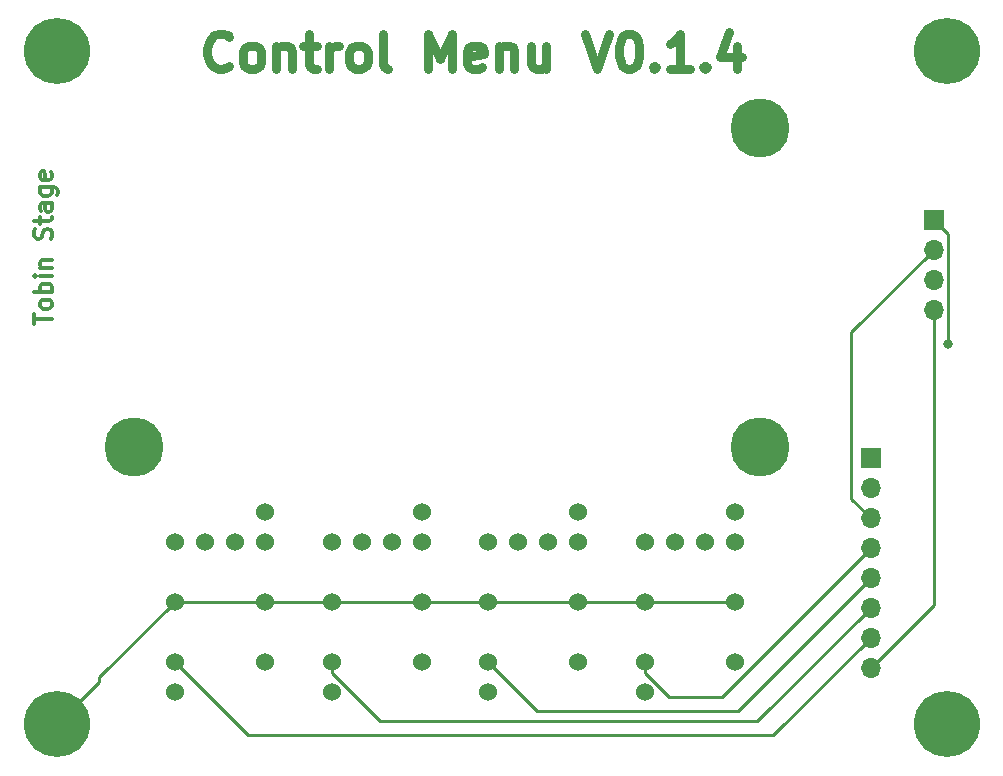
<source format=gbr>
%TF.GenerationSoftware,KiCad,Pcbnew,(5.1.7)-1*%
%TF.CreationDate,2022-02-19T15:23:42+00:00*%
%TF.ProjectId,ControlMenu-PCB,436f6e74-726f-46c4-9d65-6e752d504342,rev?*%
%TF.SameCoordinates,Original*%
%TF.FileFunction,Copper,L1,Top*%
%TF.FilePolarity,Positive*%
%FSLAX46Y46*%
G04 Gerber Fmt 4.6, Leading zero omitted, Abs format (unit mm)*
G04 Created by KiCad (PCBNEW (5.1.7)-1) date 2022-02-19 15:23:42*
%MOMM*%
%LPD*%
G01*
G04 APERTURE LIST*
%TA.AperFunction,NonConductor*%
%ADD10C,0.300000*%
%TD*%
%TA.AperFunction,NonConductor*%
%ADD11C,0.750000*%
%TD*%
%TA.AperFunction,ComponentPad*%
%ADD12C,5.600000*%
%TD*%
%TA.AperFunction,ComponentPad*%
%ADD13O,1.700000X1.700000*%
%TD*%
%TA.AperFunction,ComponentPad*%
%ADD14R,1.700000X1.700000*%
%TD*%
%TA.AperFunction,ComponentPad*%
%ADD15C,5.000000*%
%TD*%
%TA.AperFunction,ComponentPad*%
%ADD16C,1.524000*%
%TD*%
%TA.AperFunction,ViaPad*%
%ADD17C,0.800000*%
%TD*%
%TA.AperFunction,Conductor*%
%ADD18C,0.250000*%
%TD*%
G04 APERTURE END LIST*
D10*
X190138571Y-119985714D02*
X190138571Y-119128571D01*
X191638571Y-119557142D02*
X190138571Y-119557142D01*
X191638571Y-118414285D02*
X191567142Y-118557142D01*
X191495714Y-118628571D01*
X191352857Y-118700000D01*
X190924285Y-118700000D01*
X190781428Y-118628571D01*
X190710000Y-118557142D01*
X190638571Y-118414285D01*
X190638571Y-118200000D01*
X190710000Y-118057142D01*
X190781428Y-117985714D01*
X190924285Y-117914285D01*
X191352857Y-117914285D01*
X191495714Y-117985714D01*
X191567142Y-118057142D01*
X191638571Y-118200000D01*
X191638571Y-118414285D01*
X191638571Y-117271428D02*
X190138571Y-117271428D01*
X190710000Y-117271428D02*
X190638571Y-117128571D01*
X190638571Y-116842857D01*
X190710000Y-116700000D01*
X190781428Y-116628571D01*
X190924285Y-116557142D01*
X191352857Y-116557142D01*
X191495714Y-116628571D01*
X191567142Y-116700000D01*
X191638571Y-116842857D01*
X191638571Y-117128571D01*
X191567142Y-117271428D01*
X191638571Y-115914285D02*
X190638571Y-115914285D01*
X190138571Y-115914285D02*
X190210000Y-115985714D01*
X190281428Y-115914285D01*
X190210000Y-115842857D01*
X190138571Y-115914285D01*
X190281428Y-115914285D01*
X190638571Y-115200000D02*
X191638571Y-115200000D01*
X190781428Y-115200000D02*
X190710000Y-115128571D01*
X190638571Y-114985714D01*
X190638571Y-114771428D01*
X190710000Y-114628571D01*
X190852857Y-114557142D01*
X191638571Y-114557142D01*
X191567142Y-112771428D02*
X191638571Y-112557142D01*
X191638571Y-112200000D01*
X191567142Y-112057142D01*
X191495714Y-111985714D01*
X191352857Y-111914285D01*
X191210000Y-111914285D01*
X191067142Y-111985714D01*
X190995714Y-112057142D01*
X190924285Y-112200000D01*
X190852857Y-112485714D01*
X190781428Y-112628571D01*
X190710000Y-112700000D01*
X190567142Y-112771428D01*
X190424285Y-112771428D01*
X190281428Y-112700000D01*
X190210000Y-112628571D01*
X190138571Y-112485714D01*
X190138571Y-112128571D01*
X190210000Y-111914285D01*
X190638571Y-111485714D02*
X190638571Y-110914285D01*
X190138571Y-111271428D02*
X191424285Y-111271428D01*
X191567142Y-111200000D01*
X191638571Y-111057142D01*
X191638571Y-110914285D01*
X191638571Y-109771428D02*
X190852857Y-109771428D01*
X190710000Y-109842857D01*
X190638571Y-109985714D01*
X190638571Y-110271428D01*
X190710000Y-110414285D01*
X191567142Y-109771428D02*
X191638571Y-109914285D01*
X191638571Y-110271428D01*
X191567142Y-110414285D01*
X191424285Y-110485714D01*
X191281428Y-110485714D01*
X191138571Y-110414285D01*
X191067142Y-110271428D01*
X191067142Y-109914285D01*
X190995714Y-109771428D01*
X190638571Y-108414285D02*
X191852857Y-108414285D01*
X191995714Y-108485714D01*
X192067142Y-108557142D01*
X192138571Y-108700000D01*
X192138571Y-108914285D01*
X192067142Y-109057142D01*
X191567142Y-108414285D02*
X191638571Y-108557142D01*
X191638571Y-108842857D01*
X191567142Y-108985714D01*
X191495714Y-109057142D01*
X191352857Y-109128571D01*
X190924285Y-109128571D01*
X190781428Y-109057142D01*
X190710000Y-108985714D01*
X190638571Y-108842857D01*
X190638571Y-108557142D01*
X190710000Y-108414285D01*
X191567142Y-107128571D02*
X191638571Y-107271428D01*
X191638571Y-107557142D01*
X191567142Y-107700000D01*
X191424285Y-107771428D01*
X190852857Y-107771428D01*
X190710000Y-107700000D01*
X190638571Y-107557142D01*
X190638571Y-107271428D01*
X190710000Y-107128571D01*
X190852857Y-107057142D01*
X190995714Y-107057142D01*
X191138571Y-107771428D01*
D11*
X206675714Y-98111428D02*
X206532857Y-98254285D01*
X206104285Y-98397142D01*
X205818571Y-98397142D01*
X205390000Y-98254285D01*
X205104285Y-97968571D01*
X204961428Y-97682857D01*
X204818571Y-97111428D01*
X204818571Y-96682857D01*
X204961428Y-96111428D01*
X205104285Y-95825714D01*
X205390000Y-95540000D01*
X205818571Y-95397142D01*
X206104285Y-95397142D01*
X206532857Y-95540000D01*
X206675714Y-95682857D01*
X208390000Y-98397142D02*
X208104285Y-98254285D01*
X207961428Y-98111428D01*
X207818571Y-97825714D01*
X207818571Y-96968571D01*
X207961428Y-96682857D01*
X208104285Y-96540000D01*
X208390000Y-96397142D01*
X208818571Y-96397142D01*
X209104285Y-96540000D01*
X209247142Y-96682857D01*
X209390000Y-96968571D01*
X209390000Y-97825714D01*
X209247142Y-98111428D01*
X209104285Y-98254285D01*
X208818571Y-98397142D01*
X208390000Y-98397142D01*
X210675714Y-96397142D02*
X210675714Y-98397142D01*
X210675714Y-96682857D02*
X210818571Y-96540000D01*
X211104285Y-96397142D01*
X211532857Y-96397142D01*
X211818571Y-96540000D01*
X211961428Y-96825714D01*
X211961428Y-98397142D01*
X212961428Y-96397142D02*
X214104285Y-96397142D01*
X213390000Y-95397142D02*
X213390000Y-97968571D01*
X213532857Y-98254285D01*
X213818571Y-98397142D01*
X214104285Y-98397142D01*
X215104285Y-98397142D02*
X215104285Y-96397142D01*
X215104285Y-96968571D02*
X215247142Y-96682857D01*
X215390000Y-96540000D01*
X215675714Y-96397142D01*
X215961428Y-96397142D01*
X217390000Y-98397142D02*
X217104285Y-98254285D01*
X216961428Y-98111428D01*
X216818571Y-97825714D01*
X216818571Y-96968571D01*
X216961428Y-96682857D01*
X217104285Y-96540000D01*
X217390000Y-96397142D01*
X217818571Y-96397142D01*
X218104285Y-96540000D01*
X218247142Y-96682857D01*
X218390000Y-96968571D01*
X218390000Y-97825714D01*
X218247142Y-98111428D01*
X218104285Y-98254285D01*
X217818571Y-98397142D01*
X217390000Y-98397142D01*
X220104285Y-98397142D02*
X219818571Y-98254285D01*
X219675714Y-97968571D01*
X219675714Y-95397142D01*
X223532857Y-98397142D02*
X223532857Y-95397142D01*
X224532857Y-97540000D01*
X225532857Y-95397142D01*
X225532857Y-98397142D01*
X228104285Y-98254285D02*
X227818571Y-98397142D01*
X227247142Y-98397142D01*
X226961428Y-98254285D01*
X226818571Y-97968571D01*
X226818571Y-96825714D01*
X226961428Y-96540000D01*
X227247142Y-96397142D01*
X227818571Y-96397142D01*
X228104285Y-96540000D01*
X228247142Y-96825714D01*
X228247142Y-97111428D01*
X226818571Y-97397142D01*
X229532857Y-96397142D02*
X229532857Y-98397142D01*
X229532857Y-96682857D02*
X229675714Y-96540000D01*
X229961428Y-96397142D01*
X230390000Y-96397142D01*
X230675714Y-96540000D01*
X230818571Y-96825714D01*
X230818571Y-98397142D01*
X233532857Y-96397142D02*
X233532857Y-98397142D01*
X232247142Y-96397142D02*
X232247142Y-97968571D01*
X232390000Y-98254285D01*
X232675714Y-98397142D01*
X233104285Y-98397142D01*
X233390000Y-98254285D01*
X233532857Y-98111428D01*
X236818571Y-95397142D02*
X237818571Y-98397142D01*
X238818571Y-95397142D01*
X240390000Y-95397142D02*
X240675714Y-95397142D01*
X240961428Y-95540000D01*
X241104285Y-95682857D01*
X241247142Y-95968571D01*
X241390000Y-96540000D01*
X241390000Y-97254285D01*
X241247142Y-97825714D01*
X241104285Y-98111428D01*
X240961428Y-98254285D01*
X240675714Y-98397142D01*
X240390000Y-98397142D01*
X240104285Y-98254285D01*
X239961428Y-98111428D01*
X239818571Y-97825714D01*
X239675714Y-97254285D01*
X239675714Y-96540000D01*
X239818571Y-95968571D01*
X239961428Y-95682857D01*
X240104285Y-95540000D01*
X240390000Y-95397142D01*
X242675714Y-98111428D02*
X242818571Y-98254285D01*
X242675714Y-98397142D01*
X242532857Y-98254285D01*
X242675714Y-98111428D01*
X242675714Y-98397142D01*
X245675714Y-98397142D02*
X243961428Y-98397142D01*
X244818571Y-98397142D02*
X244818571Y-95397142D01*
X244532857Y-95825714D01*
X244247142Y-96111428D01*
X243961428Y-96254285D01*
X246961428Y-98111428D02*
X247104285Y-98254285D01*
X246961428Y-98397142D01*
X246818571Y-98254285D01*
X246961428Y-98111428D01*
X246961428Y-98397142D01*
X249675714Y-96397142D02*
X249675714Y-98397142D01*
X248961428Y-95254285D02*
X248247142Y-97397142D01*
X250104285Y-97397142D01*
D12*
%TO.P,REF\u002A\u002A,1*%
%TO.N,/GND*%
X192090000Y-96880000D03*
%TD*%
D13*
%TO.P,J2,4*%
%TO.N,Net-(J1-Pad8)*%
X266320000Y-118800000D03*
%TO.P,J2,3*%
%TO.N,/GND*%
X266320000Y-116260000D03*
%TO.P,J2,2*%
%TO.N,/SDA*%
X266320000Y-113720000D03*
D14*
%TO.P,J2,1*%
%TO.N,/SCL*%
X266320000Y-111180000D03*
%TD*%
D15*
%TO.P,REF\u002A\u002A,1*%
%TO.N,/GND*%
X198590000Y-130380000D03*
%TD*%
%TO.P,REF\u002A\u002A,1*%
%TO.N,/GND*%
X251590000Y-130380000D03*
%TD*%
%TO.P,REF\u002A\u002A,1*%
%TO.N,/GND*%
X251590000Y-103380000D03*
%TD*%
D12*
%TO.P,REF\u002A\u002A,1*%
%TO.N,/GND*%
X192090000Y-153880000D03*
%TD*%
%TO.P,REF\u002A\u002A,1*%
%TO.N,/GND*%
X267420000Y-96880000D03*
%TD*%
%TO.P,REF\u002A\u002A,1*%
%TO.N,/GND*%
X267420000Y-153880000D03*
%TD*%
D16*
%TO.P,Enter1,5*%
%TO.N,Net-(Enter1-Pad5)*%
X244415000Y-138415000D03*
%TO.P,Enter1,6*%
%TO.N,Net-(Enter1-Pad6)*%
X246955000Y-138415000D03*
%TO.P,Enter1,7*%
%TO.N,N/C*%
X249495000Y-138415000D03*
%TO.P,Enter1,4*%
X241875000Y-138415000D03*
%TO.P,Enter1,8*%
X249495000Y-135875000D03*
X241875000Y-151115000D03*
%TO.P,Enter1,1*%
%TO.N,/GND*%
X249495000Y-143495000D03*
X241875000Y-143495000D03*
%TO.P,Enter1,3*%
%TO.N,Net-(Enter1-Pad3)*%
X249495000Y-148575000D03*
%TO.P,Enter1,2*%
%TO.N,/Enter*%
X241875000Y-148575000D03*
%TD*%
%TO.P,1s1,5*%
%TO.N,Net-(1s1-Pad5)*%
X231145000Y-138415000D03*
%TO.P,1s1,6*%
%TO.N,Net-(1s1-Pad6)*%
X233685000Y-138415000D03*
%TO.P,1s1,7*%
%TO.N,N/C*%
X236225000Y-138415000D03*
%TO.P,1s1,4*%
X228605000Y-138415000D03*
%TO.P,1s1,8*%
X236225000Y-135875000D03*
X228605000Y-151115000D03*
%TO.P,1s1,1*%
%TO.N,/GND*%
X236225000Y-143495000D03*
X228605000Y-143495000D03*
%TO.P,1s1,3*%
%TO.N,Net-(1s1-Pad3)*%
X236225000Y-148575000D03*
%TO.P,1s1,2*%
%TO.N,/1s*%
X228605000Y-148575000D03*
%TD*%
%TO.P,10s1,5*%
%TO.N,Net-(10s1-Pad5)*%
X217875000Y-138415000D03*
%TO.P,10s1,6*%
%TO.N,Net-(10s1-Pad6)*%
X220415000Y-138415000D03*
%TO.P,10s1,7*%
%TO.N,N/C*%
X222955000Y-138415000D03*
%TO.P,10s1,4*%
X215335000Y-138415000D03*
%TO.P,10s1,8*%
X222955000Y-135875000D03*
X215335000Y-151115000D03*
%TO.P,10s1,1*%
%TO.N,/GND*%
X222955000Y-143495000D03*
X215335000Y-143495000D03*
%TO.P,10s1,3*%
%TO.N,Net-(10s1-Pad3)*%
X222955000Y-148575000D03*
%TO.P,10s1,2*%
%TO.N,/10s*%
X215335000Y-148575000D03*
%TD*%
%TO.P,100s1,5*%
%TO.N,Net-(100s1-Pad5)*%
X204605000Y-138415000D03*
%TO.P,100s1,6*%
%TO.N,Net-(100s1-Pad6)*%
X207145000Y-138415000D03*
%TO.P,100s1,7*%
%TO.N,N/C*%
X209685000Y-138415000D03*
%TO.P,100s1,4*%
X202065000Y-138415000D03*
%TO.P,100s1,8*%
X209685000Y-135875000D03*
X202065000Y-151115000D03*
%TO.P,100s1,1*%
%TO.N,/GND*%
X209685000Y-143495000D03*
X202065000Y-143495000D03*
%TO.P,100s1,3*%
%TO.N,Net-(100s1-Pad3)*%
X209685000Y-148575000D03*
%TO.P,100s1,2*%
%TO.N,/100s*%
X202065000Y-148575000D03*
%TD*%
D13*
%TO.P,J1,8*%
%TO.N,Net-(J1-Pad8)*%
X260970000Y-149090000D03*
%TO.P,J1,7*%
%TO.N,/100s*%
X260970000Y-146550000D03*
%TO.P,J1,6*%
%TO.N,/10s*%
X260970000Y-144010000D03*
%TO.P,J1,5*%
%TO.N,/1s*%
X260970000Y-141470000D03*
%TO.P,J1,4*%
%TO.N,/Enter*%
X260970000Y-138930000D03*
%TO.P,J1,3*%
%TO.N,/SDA*%
X260970000Y-136390000D03*
%TO.P,J1,2*%
%TO.N,/SCL*%
X260970000Y-133850000D03*
D14*
%TO.P,J1,1*%
%TO.N,/GND*%
X260970000Y-131310000D03*
%TD*%
D17*
%TO.N,/SCL*%
X267495001Y-121694999D03*
%TD*%
D18*
%TO.N,/SDA*%
X259344990Y-120695010D02*
X266320000Y-113720000D01*
X259344990Y-134764990D02*
X259344990Y-120695010D01*
X260970000Y-136390000D02*
X259344990Y-134764990D01*
%TO.N,/SCL*%
X267495001Y-112355001D02*
X267495001Y-118235999D01*
X266320000Y-111180000D02*
X267495001Y-112355001D01*
X267495001Y-121694999D02*
X267495001Y-121694999D01*
X267495001Y-118235999D02*
X267495001Y-121694999D01*
X267495001Y-121694999D02*
X267480000Y-121710000D01*
%TO.N,/GND*%
X215335000Y-143495000D02*
X222955000Y-143495000D01*
X202065000Y-143495000D02*
X209685000Y-143495000D01*
X222955000Y-143495000D02*
X228605000Y-143495000D01*
X228605000Y-143495000D02*
X236225000Y-143495000D01*
X236225000Y-143495000D02*
X241875000Y-143495000D01*
X249495000Y-143495000D02*
X241875000Y-143495000D01*
X209685000Y-143495000D02*
X215335000Y-143495000D01*
X209685000Y-143495000D02*
X205536238Y-143495000D01*
X195660000Y-149900000D02*
X195660000Y-150310000D01*
X202065000Y-143495000D02*
X195660000Y-149900000D01*
X195660000Y-150310000D02*
X192090000Y-153880000D01*
%TO.N,/100s*%
X260970000Y-146550000D02*
X252730000Y-154790000D01*
X208280000Y-154790000D02*
X202065000Y-148575000D01*
X252730000Y-154790000D02*
X208280000Y-154790000D01*
%TO.N,/10s*%
X260970000Y-144010000D02*
X251360000Y-153620000D01*
X215335000Y-149506238D02*
X215335000Y-148575000D01*
X219448762Y-153620000D02*
X215335000Y-149506238D01*
X251360000Y-153620000D02*
X219448762Y-153620000D01*
%TO.N,/1s*%
X229692001Y-149662001D02*
X228605000Y-148575000D01*
X260970000Y-141470000D02*
X249740000Y-152700000D01*
X232730000Y-152700000D02*
X228605000Y-148575000D01*
X249740000Y-152700000D02*
X232730000Y-152700000D01*
%TO.N,/Enter*%
X260970000Y-138930000D02*
X248360000Y-151540000D01*
X248360000Y-151540000D02*
X243880000Y-151540000D01*
X241875000Y-149535000D02*
X241875000Y-148575000D01*
X243880000Y-151540000D02*
X241875000Y-149535000D01*
%TO.N,Net-(J1-Pad8)*%
X266320000Y-143740000D02*
X266320000Y-118800000D01*
X260970000Y-149090000D02*
X266320000Y-143740000D01*
%TD*%
M02*

</source>
